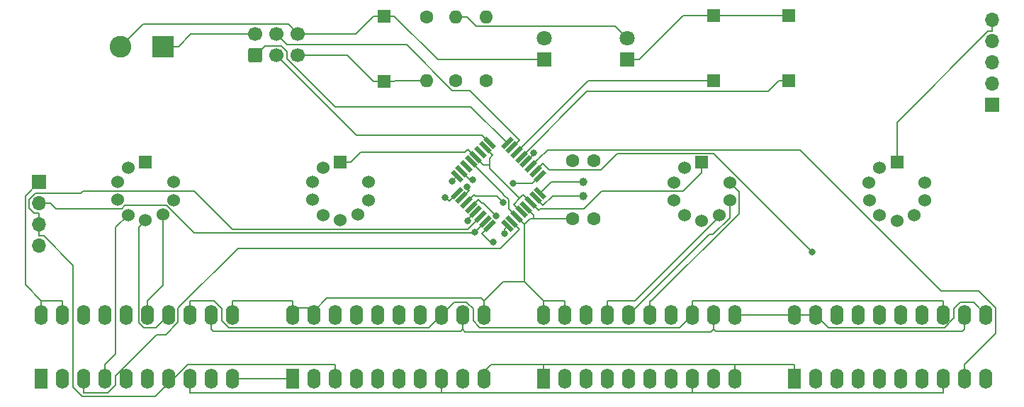
<source format=gbr>
G04 #@! TF.GenerationSoftware,KiCad,Pcbnew,6.0.0-d3dd2cf0fa~116~ubuntu20.04.1*
G04 #@! TF.CreationDate,2022-01-06T20:49:06+01:00*
G04 #@! TF.ProjectId,numitron clock,6e756d69-7472-46f6-9e20-636c6f636b2e,rev?*
G04 #@! TF.SameCoordinates,Original*
G04 #@! TF.FileFunction,Copper,L1,Top*
G04 #@! TF.FilePolarity,Positive*
%FSLAX46Y46*%
G04 Gerber Fmt 4.6, Leading zero omitted, Abs format (unit mm)*
G04 Created by KiCad (PCBNEW 6.0.0-d3dd2cf0fa~116~ubuntu20.04.1) date 2022-01-06 20:49:06*
%MOMM*%
%LPD*%
G01*
G04 APERTURE LIST*
G04 Aperture macros list*
%AMRoundRect*
0 Rectangle with rounded corners*
0 $1 Rounding radius*
0 $2 $3 $4 $5 $6 $7 $8 $9 X,Y pos of 4 corners*
0 Add a 4 corners polygon primitive as box body*
4,1,4,$2,$3,$4,$5,$6,$7,$8,$9,$2,$3,0*
0 Add four circle primitives for the rounded corners*
1,1,$1+$1,$2,$3*
1,1,$1+$1,$4,$5*
1,1,$1+$1,$6,$7*
1,1,$1+$1,$8,$9*
0 Add four rect primitives between the rounded corners*
20,1,$1+$1,$2,$3,$4,$5,0*
20,1,$1+$1,$4,$5,$6,$7,0*
20,1,$1+$1,$6,$7,$8,$9,0*
20,1,$1+$1,$8,$9,$2,$3,0*%
%AMRotRect*
0 Rectangle, with rotation*
0 The origin of the aperture is its center*
0 $1 length*
0 $2 width*
0 $3 Rotation angle, in degrees counterclockwise*
0 Add horizontal line*
21,1,$1,$2,0,0,$3*%
G04 Aperture macros list end*
G04 #@! TA.AperFunction,SMDPad,CuDef*
%ADD10R,1.500000X1.500000*%
G04 #@! TD*
G04 #@! TA.AperFunction,ComponentPad*
%ADD11R,1.700000X1.700000*%
G04 #@! TD*
G04 #@! TA.AperFunction,ComponentPad*
%ADD12O,1.700000X1.700000*%
G04 #@! TD*
G04 #@! TA.AperFunction,ComponentPad*
%ADD13R,1.800000X1.800000*%
G04 #@! TD*
G04 #@! TA.AperFunction,ComponentPad*
%ADD14C,1.800000*%
G04 #@! TD*
G04 #@! TA.AperFunction,ComponentPad*
%ADD15C,1.600000*%
G04 #@! TD*
G04 #@! TA.AperFunction,ComponentPad*
%ADD16O,1.600000X1.600000*%
G04 #@! TD*
G04 #@! TA.AperFunction,ComponentPad*
%ADD17C,1.000000*%
G04 #@! TD*
G04 #@! TA.AperFunction,SMDPad,CuDef*
%ADD18RotRect,1.600000X0.550000X225.000000*%
G04 #@! TD*
G04 #@! TA.AperFunction,SMDPad,CuDef*
%ADD19RotRect,1.600000X0.550000X135.000000*%
G04 #@! TD*
G04 #@! TA.AperFunction,ComponentPad*
%ADD20R,2.600000X2.600000*%
G04 #@! TD*
G04 #@! TA.AperFunction,ComponentPad*
%ADD21C,2.600000*%
G04 #@! TD*
G04 #@! TA.AperFunction,ComponentPad*
%ADD22R,1.524000X1.524000*%
G04 #@! TD*
G04 #@! TA.AperFunction,ComponentPad*
%ADD23C,1.524000*%
G04 #@! TD*
G04 #@! TA.AperFunction,ComponentPad*
%ADD24RoundRect,0.250000X0.600000X-0.600000X0.600000X0.600000X-0.600000X0.600000X-0.600000X-0.600000X0*%
G04 #@! TD*
G04 #@! TA.AperFunction,ComponentPad*
%ADD25C,1.700000*%
G04 #@! TD*
G04 #@! TA.AperFunction,ComponentPad*
%ADD26R,1.600000X2.400000*%
G04 #@! TD*
G04 #@! TA.AperFunction,ComponentPad*
%ADD27O,1.600000X2.400000*%
G04 #@! TD*
G04 #@! TA.AperFunction,ViaPad*
%ADD28C,0.800000*%
G04 #@! TD*
G04 #@! TA.AperFunction,Conductor*
%ADD29C,0.200000*%
G04 #@! TD*
G04 APERTURE END LIST*
D10*
X144100000Y-84200000D03*
X144100000Y-92000000D03*
X192500000Y-91900000D03*
X192500000Y-84100000D03*
X183500000Y-91900000D03*
X183500000Y-84100000D03*
D11*
X102900000Y-104025000D03*
D12*
X102900000Y-106565000D03*
X102900000Y-109105000D03*
X102900000Y-111645000D03*
X216800000Y-84615000D03*
X216800000Y-87155000D03*
X216800000Y-89695000D03*
X216800000Y-92235000D03*
D11*
X216800000Y-94775000D03*
D13*
X173200000Y-89375000D03*
D14*
X173200000Y-86835000D03*
D13*
X163300000Y-89375000D03*
D14*
X163300000Y-86835000D03*
D15*
X156300000Y-91910000D03*
D16*
X156300000Y-84290000D03*
D17*
X167945000Y-103965000D03*
X167945000Y-105665000D03*
D18*
X156774695Y-109285103D03*
X156209010Y-108719417D03*
X155643324Y-108153732D03*
X155077639Y-107588047D03*
X154511953Y-107022361D03*
X153946268Y-106456676D03*
X153380583Y-105890990D03*
X152814897Y-105325305D03*
D19*
X152814897Y-103274695D03*
X153380583Y-102709010D03*
X153946268Y-102143324D03*
X154511953Y-101577639D03*
X155077639Y-101011953D03*
X155643324Y-100446268D03*
X156209010Y-99880583D03*
X156774695Y-99314897D03*
D18*
X158825305Y-99314897D03*
X159390990Y-99880583D03*
X159956676Y-100446268D03*
X160522361Y-101011953D03*
X161088047Y-101577639D03*
X161653732Y-102143324D03*
X162219417Y-102709010D03*
X162785103Y-103274695D03*
D19*
X162785103Y-105325305D03*
X162219417Y-105890990D03*
X161653732Y-106456676D03*
X161088047Y-107022361D03*
X160522361Y-107588047D03*
X159956676Y-108153732D03*
X159390990Y-108719417D03*
X158825305Y-109285103D03*
D20*
X117745000Y-87795000D03*
D21*
X112665000Y-87795000D03*
D15*
X152705000Y-91910000D03*
D16*
X152705000Y-84290000D03*
D22*
X205400000Y-101635000D03*
D23*
X203340000Y-102295000D03*
X202070000Y-104045000D03*
X202090000Y-106185000D03*
X203320000Y-107995000D03*
X205400000Y-108635000D03*
X207460000Y-107965000D03*
X208730000Y-106215000D03*
X208730000Y-104055000D03*
X185430000Y-104055000D03*
X185430000Y-106215000D03*
X184160000Y-107965000D03*
X182100000Y-108635000D03*
X180020000Y-107995000D03*
X178790000Y-106185000D03*
X178770000Y-104045000D03*
X180040000Y-102295000D03*
D22*
X182100000Y-101635000D03*
D23*
X118970000Y-104020000D03*
X118970000Y-106180000D03*
X117700000Y-107930000D03*
X115640000Y-108600000D03*
X113560000Y-107960000D03*
X112330000Y-106150000D03*
X112310000Y-104010000D03*
X113580000Y-102260000D03*
D22*
X115640000Y-101600000D03*
D23*
X142250000Y-104020000D03*
X142250000Y-106180000D03*
X140980000Y-107930000D03*
X138920000Y-108600000D03*
X136840000Y-107960000D03*
X135610000Y-106150000D03*
X135590000Y-104010000D03*
X136860000Y-102260000D03*
D22*
X138920000Y-101600000D03*
D15*
X166695000Y-108410000D03*
X169195000Y-108410000D03*
X166695000Y-101425000D03*
X169195000Y-101425000D03*
D24*
X128755000Y-88852500D03*
D25*
X131295000Y-88852500D03*
X133835000Y-88852500D03*
X128755000Y-86312500D03*
X131295000Y-86312500D03*
X133835000Y-86312500D03*
D26*
X163175000Y-127525000D03*
D27*
X186035000Y-119905000D03*
X165715000Y-127525000D03*
X183495000Y-119905000D03*
X168255000Y-127525000D03*
X180955000Y-119905000D03*
X170795000Y-127525000D03*
X178415000Y-119905000D03*
X173335000Y-127525000D03*
X175875000Y-119905000D03*
X175875000Y-127525000D03*
X173335000Y-119905000D03*
X178415000Y-127525000D03*
X170795000Y-119905000D03*
X180955000Y-127525000D03*
X168255000Y-119905000D03*
X183495000Y-127525000D03*
X165715000Y-119905000D03*
X186035000Y-127525000D03*
X163175000Y-119905000D03*
D16*
X149180000Y-91910000D03*
D15*
X149180000Y-84290000D03*
D26*
X133175000Y-127525000D03*
D27*
X135715000Y-127525000D03*
X138255000Y-127525000D03*
X140795000Y-127525000D03*
X143335000Y-127525000D03*
X145875000Y-127525000D03*
X148415000Y-127525000D03*
X150955000Y-127525000D03*
X153495000Y-127525000D03*
X156035000Y-127525000D03*
X156035000Y-119905000D03*
X153495000Y-119905000D03*
X150955000Y-119905000D03*
X148415000Y-119905000D03*
X145875000Y-119905000D03*
X143335000Y-119905000D03*
X140795000Y-119905000D03*
X138255000Y-119905000D03*
X135715000Y-119905000D03*
X133175000Y-119905000D03*
D26*
X103175000Y-127525000D03*
D27*
X105715000Y-127525000D03*
X108255000Y-127525000D03*
X110795000Y-127525000D03*
X113335000Y-127525000D03*
X115875000Y-127525000D03*
X118415000Y-127525000D03*
X120955000Y-127525000D03*
X123495000Y-127525000D03*
X126035000Y-127525000D03*
X126035000Y-119905000D03*
X123495000Y-119905000D03*
X120955000Y-119905000D03*
X118415000Y-119905000D03*
X115875000Y-119905000D03*
X113335000Y-119905000D03*
X110795000Y-119905000D03*
X108255000Y-119905000D03*
X105715000Y-119905000D03*
X103175000Y-119905000D03*
D26*
X193175000Y-127525000D03*
D27*
X195715000Y-127525000D03*
X198255000Y-127525000D03*
X200795000Y-127525000D03*
X203335000Y-127525000D03*
X205875000Y-127525000D03*
X208415000Y-127525000D03*
X210955000Y-127525000D03*
X213495000Y-127525000D03*
X216035000Y-127525000D03*
X216035000Y-119905000D03*
X213495000Y-119905000D03*
X210955000Y-119905000D03*
X208415000Y-119905000D03*
X205875000Y-119905000D03*
X203335000Y-119905000D03*
X200795000Y-119905000D03*
X198255000Y-119905000D03*
X195715000Y-119905000D03*
X193175000Y-119905000D03*
D28*
X154056000Y-104554000D03*
X162010300Y-100519500D03*
X157517200Y-108022700D03*
X158332000Y-106423900D03*
X152242600Y-103946700D03*
X154929500Y-110018600D03*
X154708400Y-103701200D03*
X157171400Y-111222000D03*
X158484000Y-110182100D03*
X159561400Y-104193900D03*
X195264900Y-112339900D03*
X151401000Y-105855900D03*
X154096300Y-108623000D03*
D29*
X154056000Y-104728000D02*
X154056000Y-104554000D01*
X154299800Y-104971800D02*
X154056000Y-104728000D01*
X153380600Y-105891000D02*
X154299800Y-104971800D01*
X161088000Y-101577600D02*
X162007300Y-100658300D01*
X162007200Y-100522600D02*
X162010300Y-100519500D01*
X162007200Y-100658300D02*
X162007200Y-100522600D01*
X162007300Y-100658300D02*
X162007200Y-100658300D01*
X156006300Y-106511800D02*
X157517200Y-108022700D01*
X155839900Y-106511800D02*
X156006300Y-106511800D01*
X155431300Y-106103100D02*
X155839900Y-106511800D01*
X154512000Y-107022400D02*
X155431300Y-106103100D01*
X153946300Y-106456700D02*
X154865600Y-105537400D01*
X157604900Y-105696800D02*
X158332000Y-106423900D01*
X155024900Y-105696800D02*
X157604900Y-105696800D01*
X154865600Y-105537400D02*
X155024900Y-105696800D01*
X171773700Y-85408700D02*
X173200000Y-86835000D01*
X155123700Y-85408700D02*
X171773700Y-85408700D01*
X154005000Y-84290000D02*
X155123700Y-85408700D01*
X152705000Y-84290000D02*
X154005000Y-84290000D01*
X103459400Y-110455000D02*
X102900000Y-110455000D01*
X106985000Y-113980600D02*
X103459400Y-110455000D01*
X106985000Y-128555100D02*
X106985000Y-113980600D01*
X108087400Y-129657500D02*
X106985000Y-128555100D01*
X116823800Y-129657500D02*
X108087400Y-129657500D01*
X120656300Y-125825000D02*
X116823800Y-129657500D01*
X138255000Y-125825000D02*
X120656300Y-125825000D01*
X138255000Y-127525000D02*
X138255000Y-125825000D01*
X102900000Y-109105000D02*
X102900000Y-110455000D01*
X102348000Y-107755000D02*
X102900000Y-107755000D01*
X101692900Y-107099900D02*
X102348000Y-107755000D01*
X101692900Y-106110100D02*
X101692900Y-107099900D01*
X102484300Y-105318700D02*
X101692900Y-106110100D01*
X107924500Y-105318700D02*
X102484300Y-105318700D01*
X108171000Y-105072200D02*
X107924500Y-105318700D01*
X112991800Y-105072200D02*
X108171000Y-105072200D01*
X113019600Y-105100000D02*
X112991800Y-105072200D01*
X121446400Y-105100000D02*
X113019600Y-105100000D01*
X126042900Y-109696500D02*
X121446400Y-105100000D01*
X154100500Y-109696500D02*
X126042900Y-109696500D01*
X155643300Y-108153700D02*
X154100500Y-109696500D01*
X102900000Y-109105000D02*
X102900000Y-107755000D01*
X120955000Y-129225000D02*
X150955000Y-129225000D01*
X120955000Y-127525000D02*
X120955000Y-129225000D01*
X210955000Y-129225000D02*
X180955000Y-129225000D01*
X210955000Y-127525000D02*
X210955000Y-129225000D01*
X180955000Y-127525000D02*
X180955000Y-129225000D01*
X150955000Y-127525000D02*
X150955000Y-129225000D01*
X180955000Y-129225000D02*
X150955000Y-129225000D01*
X152242600Y-103847000D02*
X152242600Y-103946700D01*
X152814900Y-103274700D02*
X152242600Y-103847000D01*
X156209000Y-108719400D02*
X155289700Y-109638700D01*
X155289700Y-109658400D02*
X154929500Y-110018600D01*
X155289700Y-109638700D02*
X155289700Y-109658400D01*
X104906500Y-107221500D02*
X104250000Y-106565000D01*
X112778600Y-107221500D02*
X104906500Y-107221500D01*
X113178400Y-106821700D02*
X112778600Y-107221500D01*
X118101800Y-106821700D02*
X113178400Y-106821700D01*
X121401600Y-110121500D02*
X118101800Y-106821700D01*
X154826600Y-110121500D02*
X121401600Y-110121500D01*
X154929500Y-110018600D02*
X154826600Y-110121500D01*
X102900000Y-106565000D02*
X104250000Y-106565000D01*
X154372800Y-103701200D02*
X154708400Y-103701200D01*
X153380600Y-102709000D02*
X154372800Y-103701200D01*
X123495000Y-119905000D02*
X123495000Y-121605000D01*
X153495000Y-121405000D02*
X153495000Y-121405200D01*
X153495000Y-121405200D02*
X153495000Y-121605000D01*
X153495000Y-119905000D02*
X153495000Y-121405000D01*
X183743700Y-121853700D02*
X183495000Y-121605000D01*
X213246300Y-121853700D02*
X183743700Y-121853700D01*
X213495000Y-121605000D02*
X213246300Y-121853700D01*
X213495000Y-119905000D02*
X213495000Y-121605000D01*
X183495000Y-119905000D02*
X183495000Y-121605000D01*
X153244900Y-121855100D02*
X153495000Y-121605000D01*
X123745100Y-121855100D02*
X153244900Y-121855100D01*
X123495000Y-121605000D02*
X123745100Y-121855100D01*
X183186100Y-121913900D02*
X183495000Y-121605000D01*
X153803900Y-121913900D02*
X183186100Y-121913900D01*
X153495000Y-121605000D02*
X153803900Y-121913900D01*
X156873200Y-111222000D02*
X155855500Y-110204300D01*
X157171400Y-111222000D02*
X156873200Y-111222000D01*
X156774700Y-109285100D02*
X155855500Y-110204300D01*
X158484000Y-109626400D02*
X158825300Y-109285100D01*
X158484000Y-110182100D02*
X158484000Y-109626400D01*
X108255000Y-127525000D02*
X108255000Y-129225000D01*
X159391000Y-108719400D02*
X160310300Y-109638700D01*
X158026900Y-111922100D02*
X160310300Y-109638700D01*
X126657500Y-111922100D02*
X158026900Y-111922100D01*
X119515200Y-119064400D02*
X126657500Y-111922100D01*
X119515200Y-120791300D02*
X119515200Y-119064400D01*
X118049400Y-122257100D02*
X119515200Y-120791300D01*
X116977800Y-122257100D02*
X118049400Y-122257100D01*
X112065000Y-127169900D02*
X116977800Y-122257100D01*
X112065000Y-128265100D02*
X112065000Y-127169900D01*
X111105100Y-129225000D02*
X112065000Y-128265100D01*
X108255000Y-129225000D02*
X111105100Y-129225000D01*
X162785100Y-103274700D02*
X161865900Y-104193900D01*
X161865900Y-104193900D02*
X159561400Y-104193900D01*
X162219400Y-102709000D02*
X163138700Y-101789700D01*
X183492700Y-100567700D02*
X195264900Y-112339900D01*
X171976100Y-100567700D02*
X183492700Y-100567700D01*
X170008500Y-102535300D02*
X171976100Y-100567700D01*
X163884300Y-102535300D02*
X170008500Y-102535300D01*
X163138700Y-101789700D02*
X163884300Y-102535300D01*
X213495000Y-127525000D02*
X213495000Y-125825000D01*
X217171900Y-122148100D02*
X213495000Y-125825000D01*
X217171900Y-119057400D02*
X217171900Y-122148100D01*
X215129300Y-117014800D02*
X217171900Y-119057400D01*
X210719300Y-117014800D02*
X215129300Y-117014800D01*
X193868000Y-100163500D02*
X210719300Y-117014800D01*
X163666600Y-100163500D02*
X193868000Y-100163500D01*
X162606000Y-101224100D02*
X163666600Y-100163500D01*
X162573000Y-101224100D02*
X162606000Y-101224100D01*
X162573000Y-101224000D02*
X162573000Y-101224100D01*
X161653700Y-102143300D02*
X162573000Y-101224000D01*
X162219400Y-105891000D02*
X163138700Y-106810300D01*
X164284000Y-105665000D02*
X167945000Y-105665000D01*
X163138700Y-106810300D02*
X164284000Y-105665000D01*
X164145400Y-103965000D02*
X162785100Y-105325300D01*
X167945000Y-103965000D02*
X164145400Y-103965000D01*
X103175000Y-118205000D02*
X105715000Y-118205000D01*
X103175000Y-119905000D02*
X103175000Y-118205000D01*
X105715000Y-119905000D02*
X105715000Y-118205000D01*
X163175000Y-127525000D02*
X163175000Y-125825000D01*
X140737500Y-86312500D02*
X142850000Y-84200000D01*
X133835000Y-86312500D02*
X140737500Y-86312500D01*
X144100000Y-84200000D02*
X142850000Y-84200000D01*
X183500000Y-84100000D02*
X192500000Y-84100000D01*
X156035000Y-127525000D02*
X156035000Y-126675000D01*
X179875000Y-84100000D02*
X183500000Y-84100000D01*
X174600000Y-89375000D02*
X179875000Y-84100000D01*
X173200000Y-89375000D02*
X174600000Y-89375000D01*
X133175000Y-127525000D02*
X126035000Y-127525000D01*
X132676700Y-85154200D02*
X133835000Y-86312500D01*
X115305800Y-85154200D02*
X132676700Y-85154200D01*
X112665000Y-87795000D02*
X115305800Y-85154200D01*
X159956700Y-108153700D02*
X160876000Y-109072900D01*
X126035000Y-118205000D02*
X133175000Y-118205000D01*
X126035000Y-119905000D02*
X126035000Y-118205000D01*
X133175000Y-119055000D02*
X135715000Y-119055000D01*
X133175000Y-119905000D02*
X133175000Y-119055000D01*
X133175000Y-119055000D02*
X133175000Y-118205000D01*
X163175000Y-118205000D02*
X165715000Y-118205000D01*
X163175000Y-119905000D02*
X163175000Y-118205000D01*
X165715000Y-119905000D02*
X165715000Y-118205000D01*
X159956700Y-108153700D02*
X159037500Y-107234400D01*
X154512000Y-101577600D02*
X155431300Y-102496800D01*
X101255800Y-116285800D02*
X103175000Y-118205000D01*
X101255800Y-105669200D02*
X101255800Y-116285800D01*
X102900000Y-104025000D02*
X101255800Y-105669200D01*
X195715000Y-119905000D02*
X193175000Y-119905000D01*
X193175000Y-119905000D02*
X186035000Y-119905000D01*
X156035000Y-119905000D02*
X156035000Y-118205000D01*
X158334000Y-115906000D02*
X156035000Y-118205000D01*
X160876000Y-115906000D02*
X158334000Y-115906000D01*
X160876000Y-115906000D02*
X163175000Y-118205000D01*
X135715000Y-119905000D02*
X135715000Y-119480000D01*
X135715000Y-119480000D02*
X135715000Y-119055000D01*
X155741800Y-117911800D02*
X156035000Y-118205000D01*
X137283200Y-117911800D02*
X155741800Y-117911800D01*
X135715000Y-119480000D02*
X137283200Y-117911800D01*
X193175000Y-125825000D02*
X186035000Y-125825000D01*
X193175000Y-127525000D02*
X193175000Y-125825000D01*
X186035000Y-127525000D02*
X186035000Y-125825000D01*
X197224700Y-121414700D02*
X195715000Y-119905000D01*
X211068200Y-121414700D02*
X197224700Y-121414700D01*
X212225000Y-120257900D02*
X211068200Y-121414700D01*
X212225000Y-119176300D02*
X212225000Y-120257900D01*
X212996500Y-118404800D02*
X212225000Y-119176300D01*
X214534800Y-118404800D02*
X212996500Y-118404800D01*
X216035000Y-119905000D02*
X214534800Y-118404800D01*
X156885000Y-125825000D02*
X163175000Y-125825000D01*
X156035000Y-126675000D02*
X156885000Y-125825000D01*
X163175000Y-125825000D02*
X186035000Y-125825000D01*
X160876000Y-109072900D02*
X160876000Y-109073000D01*
X160876000Y-109073000D02*
X160876000Y-115906000D01*
X161088000Y-107022400D02*
X162007300Y-107941600D01*
X162007200Y-107941700D02*
X162007300Y-107941600D01*
X162007200Y-108410000D02*
X162007200Y-107941700D01*
X166695000Y-108410000D02*
X162007200Y-108410000D01*
X161539000Y-108410000D02*
X160876000Y-109073000D01*
X162007200Y-108410000D02*
X161539000Y-108410000D01*
X158392200Y-105457800D02*
X155431300Y-102496800D01*
X158392200Y-105494000D02*
X158392200Y-105457800D01*
X159037500Y-106139300D02*
X158392200Y-105494000D01*
X159037500Y-107234400D02*
X159037500Y-106139300D01*
X150525000Y-89375000D02*
X145350000Y-84200000D01*
X163300000Y-89375000D02*
X150525000Y-89375000D01*
X144100000Y-84200000D02*
X145350000Y-84200000D01*
X140838200Y-98395700D02*
X155855500Y-98395700D01*
X131295000Y-88852500D02*
X140838200Y-98395700D01*
X156774700Y-99314900D02*
X155855500Y-98395700D01*
X154498000Y-94987600D02*
X158825300Y-99314900D01*
X138272700Y-94987600D02*
X154498000Y-94987600D01*
X132565000Y-89279900D02*
X138272700Y-94987600D01*
X132565000Y-88449700D02*
X132565000Y-89279900D01*
X131817000Y-87701700D02*
X132565000Y-88449700D01*
X129905800Y-87701700D02*
X131817000Y-87701700D01*
X128755000Y-88852500D02*
X129905800Y-87701700D01*
X132565000Y-87582500D02*
X131295000Y-86312500D01*
X146816900Y-87582500D02*
X132565000Y-87582500D01*
X152295400Y-93061000D02*
X146816900Y-87582500D01*
X154410000Y-93061000D02*
X152295400Y-93061000D01*
X160310300Y-98961300D02*
X154410000Y-93061000D01*
X159391000Y-99880600D02*
X160310300Y-98961300D01*
X117700000Y-116380000D02*
X117700000Y-107930000D01*
X115875000Y-118205000D02*
X117700000Y-116380000D01*
X115875000Y-119905000D02*
X115875000Y-118205000D01*
X112065000Y-109455000D02*
X113560000Y-107960000D01*
X112065000Y-124555000D02*
X112065000Y-109455000D01*
X110795000Y-125825000D02*
X112065000Y-124555000D01*
X110795000Y-127525000D02*
X110795000Y-125825000D01*
X114809600Y-109430400D02*
X115640000Y-108600000D01*
X114809600Y-120801900D02*
X114809600Y-109430400D01*
X115421800Y-121414100D02*
X114809600Y-120801900D01*
X116905900Y-121414100D02*
X115421800Y-121414100D01*
X118415000Y-119905000D02*
X116905900Y-121414100D01*
X184160000Y-108165400D02*
X184160000Y-107965000D01*
X174120400Y-118205000D02*
X184160000Y-108165400D01*
X170795000Y-118205000D02*
X174120400Y-118205000D01*
X170795000Y-119905000D02*
X170795000Y-118205000D01*
X185430000Y-108275600D02*
X185430000Y-106215000D01*
X183449500Y-110256100D02*
X185430000Y-108275600D01*
X182983900Y-110256100D02*
X183449500Y-110256100D01*
X173335000Y-119905000D02*
X182983900Y-110256100D01*
X175875000Y-119905000D02*
X175875000Y-118205000D01*
X186527800Y-105152800D02*
X185430000Y-104055000D01*
X186527800Y-107764400D02*
X186527800Y-105152800D01*
X176087200Y-118205000D02*
X186527800Y-107764400D01*
X175875000Y-118205000D02*
X176087200Y-118205000D01*
X168503000Y-91900000D02*
X159956700Y-100446300D01*
X183500000Y-91900000D02*
X168503000Y-91900000D01*
X149445300Y-121414700D02*
X150955000Y-119905000D01*
X125567300Y-121414700D02*
X149445300Y-121414700D01*
X124765000Y-120612400D02*
X125567300Y-121414700D01*
X124765000Y-119161600D02*
X124765000Y-120612400D01*
X123808400Y-118205000D02*
X124765000Y-119161600D01*
X120955000Y-118205000D02*
X123808400Y-118205000D01*
X120955000Y-119905000D02*
X120955000Y-118205000D01*
X152504900Y-118355100D02*
X150955000Y-119905000D01*
X153931900Y-118355100D02*
X152504900Y-118355100D01*
X154765000Y-119188200D02*
X153931900Y-118355100D01*
X154765000Y-120617400D02*
X154765000Y-119188200D01*
X155600500Y-121452900D02*
X154765000Y-120617400D01*
X179407100Y-121452900D02*
X155600500Y-121452900D01*
X180955000Y-119905000D02*
X179407100Y-121452900D01*
X210955000Y-118205000D02*
X180955000Y-118205000D01*
X210955000Y-119905000D02*
X210955000Y-118205000D01*
X180955000Y-119905000D02*
X180955000Y-118205000D01*
X151507100Y-105855900D02*
X151895700Y-106244500D01*
X151401000Y-105855900D02*
X151507100Y-105855900D01*
X152814900Y-105325300D02*
X151895700Y-106244500D01*
X192500000Y-91900000D02*
X191250000Y-91900000D01*
X168384400Y-93150000D02*
X160522400Y-101012000D01*
X190000000Y-93150000D02*
X168384400Y-93150000D01*
X191250000Y-91900000D02*
X190000000Y-93150000D01*
X145440000Y-91910000D02*
X145350000Y-92000000D01*
X149180000Y-91910000D02*
X145440000Y-91910000D01*
X144100000Y-92000000D02*
X145350000Y-92000000D01*
X139702500Y-88852500D02*
X142850000Y-92000000D01*
X133835000Y-88852500D02*
X139702500Y-88852500D01*
X144100000Y-92000000D02*
X142850000Y-92000000D01*
X154158400Y-108507300D02*
X154158400Y-108507200D01*
X154158400Y-108560900D02*
X154158400Y-108507300D01*
X154096300Y-108623000D02*
X154158400Y-108560900D01*
X155077600Y-107588000D02*
X154158400Y-108507200D01*
X121027500Y-86312500D02*
X119545000Y-87795000D01*
X128755000Y-86312500D02*
X121027500Y-86312500D01*
X117745000Y-87795000D02*
X119545000Y-87795000D01*
X216293800Y-85965000D02*
X216800000Y-85965000D01*
X205400000Y-96858800D02*
X216293800Y-85965000D01*
X205400000Y-101635000D02*
X205400000Y-96858800D01*
X216800000Y-84615000D02*
X216800000Y-85965000D01*
X161653700Y-106456700D02*
X160734500Y-105537400D01*
X160522400Y-107588000D02*
X159603200Y-106668700D01*
X162738400Y-107210500D02*
X162573000Y-107375900D01*
X167996000Y-107210500D02*
X162738400Y-107210500D01*
X170091500Y-105115000D02*
X167996000Y-107210500D01*
X179882000Y-105115000D02*
X170091500Y-105115000D01*
X182100000Y-102897000D02*
X179882000Y-105115000D01*
X182100000Y-101635000D02*
X182100000Y-102897000D01*
X161653700Y-106456700D02*
X162573000Y-107375900D01*
X155077600Y-101012000D02*
X155996900Y-101931200D01*
X156209000Y-99880600D02*
X157128200Y-100799800D01*
X160734500Y-105537400D02*
X160310200Y-105961700D01*
X160310200Y-105961700D02*
X159603200Y-106668700D01*
X156727900Y-101931200D02*
X155996900Y-101931200D01*
X156727900Y-102379400D02*
X156727900Y-101931200D01*
X160310200Y-105961700D02*
X156727900Y-102379400D01*
X156727900Y-101200100D02*
X157128200Y-100799800D01*
X156727900Y-101931200D02*
X156727900Y-101200100D01*
X153800500Y-100450600D02*
X154158400Y-100092700D01*
X141331400Y-100450600D02*
X153800500Y-100450600D01*
X140182000Y-101600000D02*
X141331400Y-100450600D01*
X138920000Y-101600000D02*
X140182000Y-101600000D01*
X155077600Y-101012000D02*
X154158400Y-100092700D01*
M02*

</source>
